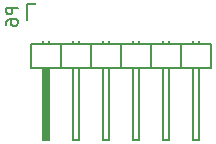
<source format=gbo>
G04 #@! TF.FileFunction,Legend,Bot*
%FSLAX46Y46*%
G04 Gerber Fmt 4.6, Leading zero omitted, Abs format (unit mm)*
G04 Created by KiCad (PCBNEW 4.0.3-stable) date 11/17/16 00:27:15*
%MOMM*%
%LPD*%
G01*
G04 APERTURE LIST*
%ADD10C,0.100000*%
%ADD11C,0.150000*%
%ADD12R,2.127200X2.127200*%
%ADD13O,2.127200X2.127200*%
%ADD14R,2.432000X2.127200*%
%ADD15O,2.432000X2.127200*%
%ADD16R,1.695400X3.194000*%
G04 APERTURE END LIST*
D10*
D11*
X103860000Y-150617400D02*
X105410000Y-150617400D01*
X103860000Y-151917400D02*
X103860000Y-150617400D01*
X105283000Y-156108400D02*
X105283000Y-161950400D01*
X105283000Y-161950400D02*
X105537000Y-161950400D01*
X105537000Y-161950400D02*
X105537000Y-156108400D01*
X105537000Y-156108400D02*
X105410000Y-156108400D01*
X105410000Y-156108400D02*
X105410000Y-161950400D01*
X105156000Y-153949400D02*
X105156000Y-153695400D01*
X105664000Y-153949400D02*
X105664000Y-153695400D01*
X107696000Y-153949400D02*
X107696000Y-153695400D01*
X108204000Y-153949400D02*
X108204000Y-153695400D01*
X110236000Y-153949400D02*
X110236000Y-153695400D01*
X110744000Y-153949400D02*
X110744000Y-153695400D01*
X118364000Y-153949400D02*
X118364000Y-153695400D01*
X117856000Y-153949400D02*
X117856000Y-153695400D01*
X115824000Y-153949400D02*
X115824000Y-153695400D01*
X115316000Y-153949400D02*
X115316000Y-153695400D01*
X113284000Y-153949400D02*
X113284000Y-153695400D01*
X112776000Y-153949400D02*
X112776000Y-153695400D01*
X104140000Y-153949400D02*
X104140000Y-155981400D01*
X106680000Y-153949400D02*
X109220000Y-153949400D01*
X107696000Y-155981400D02*
X107696000Y-162077400D01*
X107696000Y-162077400D02*
X108204000Y-162077400D01*
X108204000Y-162077400D02*
X108204000Y-155981400D01*
X109220000Y-155981400D02*
X106680000Y-155981400D01*
X106680000Y-155981400D02*
X104140000Y-155981400D01*
X105664000Y-162077400D02*
X105664000Y-155981400D01*
X105156000Y-162077400D02*
X105664000Y-162077400D01*
X105156000Y-155981400D02*
X105156000Y-162077400D01*
X106680000Y-153949400D02*
X106680000Y-155981400D01*
X104140000Y-153949400D02*
X106680000Y-153949400D01*
X114300000Y-153949400D02*
X116840000Y-153949400D01*
X116840000Y-153949400D02*
X116840000Y-155981400D01*
X115316000Y-155981400D02*
X115316000Y-162077400D01*
X115316000Y-162077400D02*
X115824000Y-162077400D01*
X115824000Y-162077400D02*
X115824000Y-155981400D01*
X116840000Y-155981400D02*
X114300000Y-155981400D01*
X119380000Y-155981400D02*
X116840000Y-155981400D01*
X118364000Y-162077400D02*
X118364000Y-155981400D01*
X117856000Y-162077400D02*
X118364000Y-162077400D01*
X117856000Y-155981400D02*
X117856000Y-162077400D01*
X119380000Y-153949400D02*
X119380000Y-155981400D01*
X116840000Y-153949400D02*
X119380000Y-153949400D01*
X111760000Y-153949400D02*
X114300000Y-153949400D01*
X114300000Y-153949400D02*
X114300000Y-155981400D01*
X112776000Y-155981400D02*
X112776000Y-162077400D01*
X112776000Y-162077400D02*
X113284000Y-162077400D01*
X113284000Y-162077400D02*
X113284000Y-155981400D01*
X114300000Y-155981400D02*
X111760000Y-155981400D01*
X111760000Y-155981400D02*
X109220000Y-155981400D01*
X110744000Y-162077400D02*
X110744000Y-155981400D01*
X110236000Y-162077400D02*
X110744000Y-162077400D01*
X110236000Y-155981400D02*
X110236000Y-162077400D01*
X111760000Y-153949400D02*
X111760000Y-155981400D01*
X109220000Y-153949400D02*
X111760000Y-153949400D01*
X109220000Y-153949400D02*
X109220000Y-155981400D01*
X103068381Y-150899905D02*
X102068381Y-150899905D01*
X102068381Y-151280858D01*
X102116000Y-151376096D01*
X102163619Y-151423715D01*
X102258857Y-151471334D01*
X102401714Y-151471334D01*
X102496952Y-151423715D01*
X102544571Y-151376096D01*
X102592190Y-151280858D01*
X102592190Y-150899905D01*
X102068381Y-152328477D02*
X102068381Y-152138000D01*
X102116000Y-152042762D01*
X102163619Y-151995143D01*
X102306476Y-151899905D01*
X102496952Y-151852286D01*
X102877905Y-151852286D01*
X102973143Y-151899905D01*
X103020762Y-151947524D01*
X103068381Y-152042762D01*
X103068381Y-152233239D01*
X103020762Y-152328477D01*
X102973143Y-152376096D01*
X102877905Y-152423715D01*
X102639810Y-152423715D01*
X102544571Y-152376096D01*
X102496952Y-152328477D01*
X102449333Y-152233239D01*
X102449333Y-152042762D01*
X102496952Y-151947524D01*
X102544571Y-151899905D01*
X102639810Y-151852286D01*
%LPC*%
D12*
X126365000Y-95885000D03*
D13*
X128905000Y-95885000D03*
X126365000Y-98425000D03*
X128905000Y-98425000D03*
X126365000Y-100965000D03*
X128905000Y-100965000D03*
X126365000Y-103505000D03*
X128905000Y-103505000D03*
X126365000Y-106045000D03*
X128905000Y-106045000D03*
X126365000Y-108585000D03*
X128905000Y-108585000D03*
X126365000Y-111125000D03*
X128905000Y-111125000D03*
X126365000Y-113665000D03*
X128905000Y-113665000D03*
X126365000Y-116205000D03*
X128905000Y-116205000D03*
X126365000Y-118745000D03*
X128905000Y-118745000D03*
X126365000Y-121285000D03*
X128905000Y-121285000D03*
X126365000Y-123825000D03*
X128905000Y-123825000D03*
X126365000Y-126365000D03*
X128905000Y-126365000D03*
X126365000Y-128905000D03*
X128905000Y-128905000D03*
X126365000Y-131445000D03*
X128905000Y-131445000D03*
X126365000Y-133985000D03*
X128905000Y-133985000D03*
X126365000Y-136525000D03*
X128905000Y-136525000D03*
X126365000Y-139065000D03*
X128905000Y-139065000D03*
X126365000Y-141605000D03*
X128905000Y-141605000D03*
X126365000Y-144145000D03*
X128905000Y-144145000D03*
X126365000Y-146685000D03*
X128905000Y-146685000D03*
X126365000Y-149225000D03*
X128905000Y-149225000D03*
X126365000Y-151765000D03*
X128905000Y-151765000D03*
D12*
X78105000Y-95885000D03*
D13*
X80645000Y-95885000D03*
X78105000Y-98425000D03*
X80645000Y-98425000D03*
X78105000Y-100965000D03*
X80645000Y-100965000D03*
X78105000Y-103505000D03*
X80645000Y-103505000D03*
X78105000Y-106045000D03*
X80645000Y-106045000D03*
X78105000Y-108585000D03*
X80645000Y-108585000D03*
X78105000Y-111125000D03*
X80645000Y-111125000D03*
X78105000Y-113665000D03*
X80645000Y-113665000D03*
X78105000Y-116205000D03*
X80645000Y-116205000D03*
X78105000Y-118745000D03*
X80645000Y-118745000D03*
X78105000Y-121285000D03*
X80645000Y-121285000D03*
X78105000Y-123825000D03*
X80645000Y-123825000D03*
X78105000Y-126365000D03*
X80645000Y-126365000D03*
X78105000Y-128905000D03*
X80645000Y-128905000D03*
X78105000Y-131445000D03*
X80645000Y-131445000D03*
X78105000Y-133985000D03*
X80645000Y-133985000D03*
X78105000Y-136525000D03*
X80645000Y-136525000D03*
X78105000Y-139065000D03*
X80645000Y-139065000D03*
X78105000Y-141605000D03*
X80645000Y-141605000D03*
X78105000Y-144145000D03*
X80645000Y-144145000D03*
X78105000Y-146685000D03*
X80645000Y-146685000D03*
X78105000Y-149225000D03*
X80645000Y-149225000D03*
X78105000Y-151765000D03*
X80645000Y-151765000D03*
D14*
X83820000Y-118745000D03*
D15*
X83820000Y-121285000D03*
X83820000Y-123825000D03*
X83820000Y-126365000D03*
X83820000Y-128905000D03*
X83820000Y-131445000D03*
D12*
X98298000Y-130784600D03*
D13*
X98298000Y-133324600D03*
X95758000Y-130784600D03*
X95758000Y-133324600D03*
X93218000Y-130784600D03*
X93218000Y-133324600D03*
X90678000Y-130784600D03*
X90678000Y-133324600D03*
X88138000Y-130784600D03*
X88138000Y-133324600D03*
D12*
X108712000Y-119380000D03*
D13*
X108712000Y-116840000D03*
X111252000Y-119380000D03*
X111252000Y-116840000D03*
X113792000Y-119380000D03*
X113792000Y-116840000D03*
X116332000Y-119380000D03*
X116332000Y-116840000D03*
X118872000Y-119380000D03*
X118872000Y-116840000D03*
D12*
X88138000Y-119380000D03*
D13*
X88138000Y-116840000D03*
X90678000Y-119380000D03*
X90678000Y-116840000D03*
X93218000Y-119380000D03*
X93218000Y-116840000D03*
X95758000Y-119380000D03*
X95758000Y-116840000D03*
X98298000Y-119380000D03*
X98298000Y-116840000D03*
D12*
X118872000Y-130784600D03*
D13*
X118872000Y-133324600D03*
X116332000Y-130784600D03*
X116332000Y-133324600D03*
X113792000Y-130784600D03*
X113792000Y-133324600D03*
X111252000Y-130784600D03*
X111252000Y-133324600D03*
X108712000Y-130784600D03*
X108712000Y-133324600D03*
D16*
X105410000Y-151917400D03*
X107950000Y-151917400D03*
X110490000Y-151917400D03*
X113030000Y-151917400D03*
X115570000Y-151917400D03*
X118110000Y-151917400D03*
M02*

</source>
